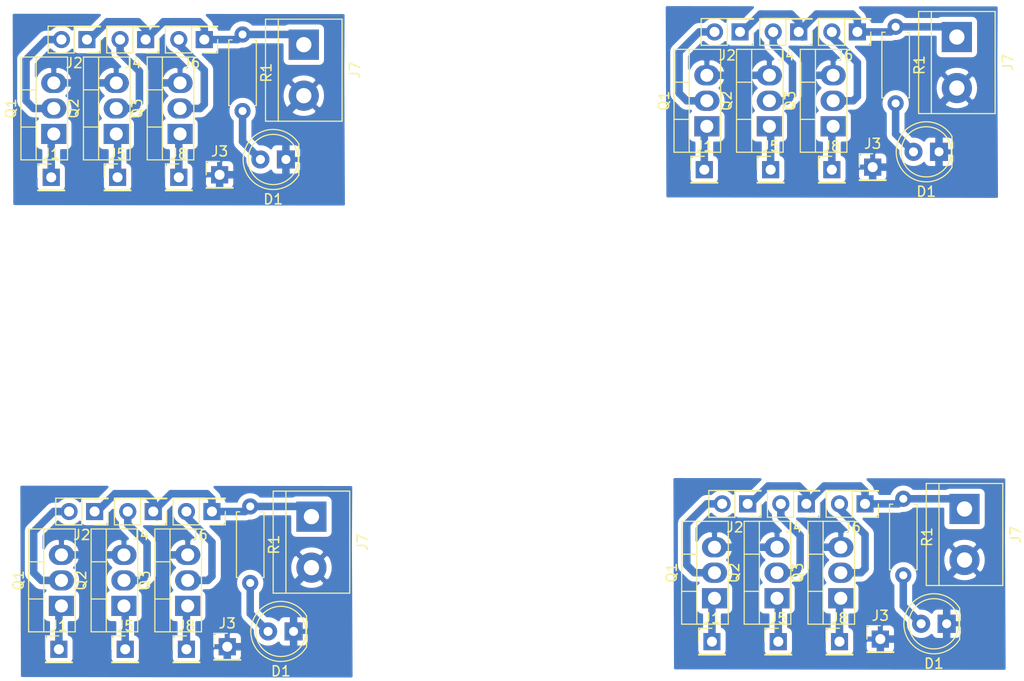
<source format=kicad_pcb>
(kicad_pcb (version 20171130) (host pcbnew "(5.1.2-1)-1")
  (layers (0 F.Cu signal) (31 B.Cu signal) (34 B.Paste user) (35 F.Paste user) (36 B.SilkS user) (37 F.SilkS user) (38 B.Mask user) (39 F.Mask user) (44 Edge.Cuts user))
  (net 0 "")
  (net 1 "Net-(J2-Pad2)")
  (net 2 "Net-(J4-Pad2)")
  (net 3 "Net-(J6-Pad2)")
  (net 4 GND)
  (net 5 VCC)
  (net 6 "Net-(J1-Pad1)")
  (net 7 "Net-(J5-Pad1)")
  (net 8 "Net-(J8-Pad1)")
  (net 9 "Net-(D1-Pad2)")
  (module LED_THT:LED_D5.0mm (layer F.Cu) (at 119.888 84.582 180)
    (fp_text reference D1 (at 1.27 -3.96) (layer F.SilkS))
    (fp_text value LED)
    (pad 1 thru_hole rect (at 0 0 180) (size 1.8 1.8) (drill 0.9) (layers *.Cu *.Mask) (net 4 GND))
    (pad 2 thru_hole circle (at 2.54 0 180) (size 1.8 1.8) (drill 0.9) (layers *.Cu *.Mask) (net 9 "Net-(D1-Pad2)"))
  )
  (module Connector_PinHeader_2.54mm:PinHeader_1x01_P2.54mm_Vertical (layer F.Cu) (at 113.284 86.106)
    (fp_text reference J3 (at 0 -2.33) (layer F.SilkS))
    (fp_text value GND)
    (pad 1 thru_hole rect (at 0 0) (size 1.7 1.7) (drill 1) (layers *.Cu *.Mask) (net 4 GND))
  )
  (module Connector_PinHeader_2.54mm:PinHeader_1x01_P2.54mm_Vertical (layer F.Cu) (at 96.52 86.36)
    (fp_text reference J1 (at 0 -2.33) (layer F.SilkS))
    (fp_text value "Color 1 - IN")
    (pad 1 thru_hole rect (at 0 0) (size 1.7 1.7) (drill 1) (layers *.Cu *.Mask) (net 6 "Net-(J1-Pad1)"))
  )
  (module Package_TO_SOT_THT:TO-220-3_Vertical (layer F.Cu) (at 109.347 82.042 90)
    (fp_text reference Q3 (at 2.54 -4.27 90) (layer F.SilkS))
    (fp_text value IRF520N)
    (pad 1 thru_hole rect (at 0 0 90) (size 2 2.5) (drill 1.3) (layers *.Cu *.Mask) (net 8 "Net-(J8-Pad1)"))
    (pad 2 thru_hole oval (at 2.54 0 90) (size 2 2.5) (drill 1.3) (layers *.Cu *.Mask) (net 3 "Net-(J6-Pad2)"))
    (pad 3 thru_hole oval (at 5.08 0 90) (size 2 2.5) (drill 1.3) (layers *.Cu *.Mask) (net 4 GND))
  )
  (module Connector_PinHeader_2.54mm:PinHeader_1x01_P2.54mm_Vertical (layer F.Cu) (at 103.124 86.36)
    (fp_text reference J5 (at 0 -2.33) (layer F.SilkS))
    (fp_text value "Color 2 - IN")
    (pad 1 thru_hole rect (at 0 0) (size 1.7 1.7) (drill 1) (layers *.Cu *.Mask) (net 7 "Net-(J5-Pad1)"))
  )
  (module Connector_PinHeader_2.54mm:PinHeader_2x01_P2.54mm_Vertical (layer F.Cu) (at 111.76 72.644 180)
    (fp_text reference J6 (at 1.27 -2.33) (layer F.SilkS))
    (fp_text value "Color 3 - OUT")
    (pad 1 thru_hole rect (at 0 0 180) (size 1.7 1.7) (drill 1) (layers *.Cu *.Mask) (net 5 VCC))
    (pad 2 thru_hole oval (at 2.54 0 180) (size 1.7 1.7) (drill 1) (layers *.Cu *.Mask) (net 3 "Net-(J6-Pad2)"))
  )
  (module Connector_PinHeader_2.54mm:PinHeader_2x01_P2.54mm_Vertical (layer F.Cu) (at 105.918 72.644 180)
    (fp_text reference J4 (at 1.27 -2.33) (layer F.SilkS))
    (fp_text value "Color 2 - OUT")
    (pad 2 thru_hole oval (at 2.54 0 180) (size 1.7 1.7) (drill 1) (layers *.Cu *.Mask) (net 2 "Net-(J4-Pad2)"))
    (pad 1 thru_hole rect (at 0 0 180) (size 1.7 1.7) (drill 1) (layers *.Cu *.Mask) (net 5 VCC))
  )
  (module Connector_PinHeader_2.54mm:PinHeader_1x01_P2.54mm_Vertical (layer F.Cu) (at 109.22 86.36)
    (fp_text reference J8 (at 0 -2.33) (layer F.SilkS))
    (fp_text value "Color 3 - IN")
    (pad 1 thru_hole rect (at 0 0) (size 1.7 1.7) (drill 1) (layers *.Cu *.Mask) (net 8 "Net-(J8-Pad1)"))
  )
  (module LED_THT:LED_D5.0mm (layer F.Cu) (at 54.864 85.344 180)
    (fp_text reference D1 (at 1.27 -3.96) (layer F.SilkS))
    (fp_text value LED)
    (pad 2 thru_hole circle (at 2.54 0 180) (size 1.8 1.8) (drill 0.9) (layers *.Cu *.Mask) (net 9 "Net-(D1-Pad2)"))
    (pad 1 thru_hole rect (at 0 0 180) (size 1.8 1.8) (drill 0.9) (layers *.Cu *.Mask) (net 4 GND))
  )
  (module Connector_PinHeader_2.54mm:PinHeader_1x01_P2.54mm_Vertical (layer F.Cu) (at 48.26 86.868)
    (fp_text reference J3 (at 0 -2.33) (layer F.SilkS))
    (fp_text value GND)
    (pad 1 thru_hole rect (at 0 0) (size 1.7 1.7) (drill 1) (layers *.Cu *.Mask) (net 4 GND))
  )
  (module Connector_PinHeader_2.54mm:PinHeader_1x01_P2.54mm_Vertical (layer F.Cu) (at 31.496 87.122)
    (fp_text reference J1 (at 0 -2.33) (layer F.SilkS))
    (fp_text value "Color 1 - IN")
    (pad 1 thru_hole rect (at 0 0) (size 1.7 1.7) (drill 1) (layers *.Cu *.Mask) (net 6 "Net-(J1-Pad1)"))
  )
  (module Package_TO_SOT_THT:TO-220-3_Vertical (layer F.Cu) (at 44.323 82.804 90)
    (fp_text reference Q3 (at 2.54 -4.27 90) (layer F.SilkS))
    (fp_text value IRF520N)
    (pad 3 thru_hole oval (at 5.08 0 90) (size 2 2.5) (drill 1.3) (layers *.Cu *.Mask) (net 4 GND))
    (pad 2 thru_hole oval (at 2.54 0 90) (size 2 2.5) (drill 1.3) (layers *.Cu *.Mask) (net 3 "Net-(J6-Pad2)"))
    (pad 1 thru_hole rect (at 0 0 90) (size 2 2.5) (drill 1.3) (layers *.Cu *.Mask) (net 8 "Net-(J8-Pad1)"))
  )
  (module Package_TO_SOT_THT:TO-220-3_Vertical (layer F.Cu) (at 37.973 82.804 90)
    (fp_text reference Q2 (at 2.54 -4.27 90) (layer F.SilkS))
    (fp_text value IRF520N)
    (pad 1 thru_hole rect (at 0 0 90) (size 2 2.5) (drill 1.3) (layers *.Cu *.Mask) (net 7 "Net-(J5-Pad1)"))
    (pad 2 thru_hole oval (at 2.54 0 90) (size 2 2.5) (drill 1.3) (layers *.Cu *.Mask) (net 2 "Net-(J4-Pad2)"))
    (pad 3 thru_hole oval (at 5.08 0 90) (size 2 2.5) (drill 1.3) (layers *.Cu *.Mask) (net 4 GND))
  )
  (module TerminalBlock:TerminalBlock_bornier-2_P5.08mm (layer F.Cu) (at 56.642 73.914 270)
    (fp_text reference J7 (at 2.54 -5.08 90) (layer F.SilkS))
    (fp_text value "Vcc - 12 V")
    (pad 2 thru_hole circle (at 5.08 0 270) (size 3 3) (drill 1.52) (layers *.Cu *.Mask) (net 4 GND))
    (pad 1 thru_hole rect (at 0 0 270) (size 3 3) (drill 1.52) (layers *.Cu *.Mask) (net 5 VCC))
  )
  (module Package_TO_SOT_THT:TO-220-3_Vertical (layer F.Cu) (at 31.75 82.804 90)
    (fp_text reference Q1 (at 2.54 -4.27 90) (layer F.SilkS))
    (fp_text value IRF520N)
    (pad 3 thru_hole oval (at 5.08 0 90) (size 2 2.5) (drill 1.3) (layers *.Cu *.Mask) (net 4 GND))
    (pad 2 thru_hole oval (at 2.54 0 90) (size 2 2.5) (drill 1.3) (layers *.Cu *.Mask) (net 1 "Net-(J2-Pad2)"))
    (pad 1 thru_hole rect (at 0 0 90) (size 2 2.5) (drill 1.3) (layers *.Cu *.Mask) (net 6 "Net-(J1-Pad1)"))
  )
  (module Connector_PinHeader_2.54mm:PinHeader_2x01_P2.54mm_Vertical (layer F.Cu) (at 46.736 73.406 180)
    (fp_text reference J6 (at 1.27 -2.33) (layer F.SilkS))
    (fp_text value "Color 3 - OUT")
    (pad 2 thru_hole oval (at 2.54 0 180) (size 1.7 1.7) (drill 1) (layers *.Cu *.Mask) (net 3 "Net-(J6-Pad2)"))
    (pad 1 thru_hole rect (at 0 0 180) (size 1.7 1.7) (drill 1) (layers *.Cu *.Mask) (net 5 VCC))
  )
  (module Connector_PinHeader_2.54mm:PinHeader_2x01_P2.54mm_Vertical (layer F.Cu) (at 40.894 73.406 180)
    (fp_text reference J4 (at 1.27 -2.33) (layer F.SilkS))
    (fp_text value "Color 2 - OUT")
    (pad 1 thru_hole rect (at 0 0 180) (size 1.7 1.7) (drill 1) (layers *.Cu *.Mask) (net 5 VCC))
    (pad 2 thru_hole oval (at 2.54 0 180) (size 1.7 1.7) (drill 1) (layers *.Cu *.Mask) (net 2 "Net-(J4-Pad2)"))
  )
  (module Connector_PinHeader_2.54mm:PinHeader_2x01_P2.54mm_Vertical (layer F.Cu) (at 35.052 73.406 180)
    (fp_text reference J2 (at 1.27 -2.33) (layer F.SilkS))
    (fp_text value "Color 1 - OUT")
    (pad 2 thru_hole oval (at 2.54 0 180) (size 1.7 1.7) (drill 1) (layers *.Cu *.Mask) (net 1 "Net-(J2-Pad2)"))
    (pad 1 thru_hole rect (at 0 0 180) (size 1.7 1.7) (drill 1) (layers *.Cu *.Mask) (net 5 VCC))
  )
  (module Connector_PinHeader_2.54mm:PinHeader_1x01_P2.54mm_Vertical (layer F.Cu) (at 38.1 87.122)
    (fp_text reference J5 (at 0 -2.33) (layer F.SilkS))
    (fp_text value "Color 2 - IN")
    (pad 1 thru_hole rect (at 0 0) (size 1.7 1.7) (drill 1) (layers *.Cu *.Mask) (net 7 "Net-(J5-Pad1)"))
  )
  (module Connector_PinHeader_2.54mm:PinHeader_1x01_P2.54mm_Vertical (layer F.Cu) (at 44.196 87.122)
    (fp_text reference J8 (at 0 -2.33) (layer F.SilkS))
    (fp_text value "Color 3 - IN")
    (pad 1 thru_hole rect (at 0 0) (size 1.7 1.7) (drill 1) (layers *.Cu *.Mask) (net 8 "Net-(J8-Pad1)"))
  )
  (module Package_TO_SOT_THT:TO-220-3_Vertical (layer F.Cu) (at 102.997 82.042 90)
    (fp_text reference Q2 (at 2.54 -4.27 90) (layer F.SilkS))
    (fp_text value IRF520N)
    (pad 3 thru_hole oval (at 5.08 0 90) (size 2 2.5) (drill 1.3) (layers *.Cu *.Mask) (net 4 GND))
    (pad 2 thru_hole oval (at 2.54 0 90) (size 2 2.5) (drill 1.3) (layers *.Cu *.Mask) (net 2 "Net-(J4-Pad2)"))
    (pad 1 thru_hole rect (at 0 0 90) (size 2 2.5) (drill 1.3) (layers *.Cu *.Mask) (net 7 "Net-(J5-Pad1)"))
  )
  (module TerminalBlock:TerminalBlock_bornier-2_P5.08mm (layer F.Cu) (at 121.666 73.152 270)
    (fp_text reference J7 (at 2.54 -5.08 90) (layer F.SilkS))
    (fp_text value "Vcc - 12 V")
    (pad 1 thru_hole rect (at 0 0 270) (size 3 3) (drill 1.52) (layers *.Cu *.Mask) (net 5 VCC))
    (pad 2 thru_hole circle (at 5.08 0 270) (size 3 3) (drill 1.52) (layers *.Cu *.Mask) (net 4 GND))
  )
  (module Connector_PinHeader_2.54mm:PinHeader_2x01_P2.54mm_Vertical (layer F.Cu) (at 100.076 72.644 180)
    (fp_text reference J2 (at 1.27 -2.33) (layer F.SilkS))
    (fp_text value "Color 1 - OUT")
    (pad 1 thru_hole rect (at 0 0 180) (size 1.7 1.7) (drill 1) (layers *.Cu *.Mask) (net 5 VCC))
    (pad 2 thru_hole oval (at 2.54 0 180) (size 1.7 1.7) (drill 1) (layers *.Cu *.Mask) (net 1 "Net-(J2-Pad2)"))
  )
  (module Package_TO_SOT_THT:TO-220-3_Vertical (layer F.Cu) (at 96.774 82.042 90)
    (fp_text reference Q1 (at 2.54 -4.27 90) (layer F.SilkS))
    (fp_text value IRF520N)
    (pad 1 thru_hole rect (at 0 0 90) (size 2 2.5) (drill 1.3) (layers *.Cu *.Mask) (net 6 "Net-(J1-Pad1)"))
    (pad 2 thru_hole oval (at 2.54 0 90) (size 2 2.5) (drill 1.3) (layers *.Cu *.Mask) (net 1 "Net-(J2-Pad2)"))
    (pad 3 thru_hole oval (at 5.08 0 90) (size 2 2.5) (drill 1.3) (layers *.Cu *.Mask) (net 4 GND))
  )
  (module Resistor_THT:R_Axial_DIN0207_L6.3mm_D2.5mm_P7.62mm_Horizontal (layer F.Cu) (at 115.57 72.136 270)
    (fp_text reference R1 (at 3.81 -2.37 90) (layer F.SilkS))
    (fp_text value R)
    (pad 1 thru_hole circle (at 0 0 270) (size 1.6 1.6) (drill 0.8) (layers *.Cu *.Mask) (net 5 VCC))
    (pad 2 thru_hole oval (at 7.62 0 270) (size 1.6 1.6) (drill 0.8) (layers *.Cu *.Mask) (net 9 "Net-(D1-Pad2)"))
  )
  (module Resistor_THT:R_Axial_DIN0207_L6.3mm_D2.5mm_P7.62mm_Horizontal (layer F.Cu) (at 50.546 72.898 270)
    (fp_text reference R1 (at 3.81 -2.37 90) (layer F.SilkS))
    (fp_text value R)
    (pad 2 thru_hole oval (at 7.62 0 270) (size 1.6 1.6) (drill 0.8) (layers *.Cu *.Mask) (net 9 "Net-(D1-Pad2)"))
    (pad 1 thru_hole circle (at 0 0 270) (size 1.6 1.6) (drill 0.8) (layers *.Cu *.Mask) (net 5 VCC))
  )
  (module LED_THT:LED_D5.0mm (layer F.Cu) (at 119.126 37.592 180)
    (fp_text reference D1 (at 1.27 -3.96) (layer F.SilkS))
    (fp_text value LED)
    (pad 2 thru_hole circle (at 2.54 0 180) (size 1.8 1.8) (drill 0.9) (layers *.Cu *.Mask) (net 9 "Net-(D1-Pad2)"))
    (pad 1 thru_hole rect (at 0 0 180) (size 1.8 1.8) (drill 0.9) (layers *.Cu *.Mask) (net 4 GND))
  )
  (module Connector_PinHeader_2.54mm:PinHeader_1x01_P2.54mm_Vertical (layer F.Cu) (at 112.522 39.116)
    (fp_text reference J3 (at 0 -2.33) (layer F.SilkS))
    (fp_text value GND)
    (pad 1 thru_hole rect (at 0 0) (size 1.7 1.7) (drill 1) (layers *.Cu *.Mask) (net 4 GND))
  )
  (module Connector_PinHeader_2.54mm:PinHeader_1x01_P2.54mm_Vertical (layer F.Cu) (at 95.758 39.37)
    (fp_text reference J1 (at 0 -2.33) (layer F.SilkS))
    (fp_text value "Color 1 - IN")
    (pad 1 thru_hole rect (at 0 0) (size 1.7 1.7) (drill 1) (layers *.Cu *.Mask) (net 6 "Net-(J1-Pad1)"))
  )
  (module Package_TO_SOT_THT:TO-220-3_Vertical (layer F.Cu) (at 108.585 35.052 90)
    (fp_text reference Q3 (at 2.54 -4.27 90) (layer F.SilkS))
    (fp_text value IRF520N)
    (pad 3 thru_hole oval (at 5.08 0 90) (size 2 2.5) (drill 1.3) (layers *.Cu *.Mask) (net 4 GND))
    (pad 2 thru_hole oval (at 2.54 0 90) (size 2 2.5) (drill 1.3) (layers *.Cu *.Mask) (net 3 "Net-(J6-Pad2)"))
    (pad 1 thru_hole rect (at 0 0 90) (size 2 2.5) (drill 1.3) (layers *.Cu *.Mask) (net 8 "Net-(J8-Pad1)"))
  )
  (module Package_TO_SOT_THT:TO-220-3_Vertical (layer F.Cu) (at 102.235 35.052 90)
    (fp_text reference Q2 (at 2.54 -4.27 90) (layer F.SilkS))
    (fp_text value IRF520N)
    (pad 1 thru_hole rect (at 0 0 90) (size 2 2.5) (drill 1.3) (layers *.Cu *.Mask) (net 7 "Net-(J5-Pad1)"))
    (pad 2 thru_hole oval (at 2.54 0 90) (size 2 2.5) (drill 1.3) (layers *.Cu *.Mask) (net 2 "Net-(J4-Pad2)"))
    (pad 3 thru_hole oval (at 5.08 0 90) (size 2 2.5) (drill 1.3) (layers *.Cu *.Mask) (net 4 GND))
  )
  (module TerminalBlock:TerminalBlock_bornier-2_P5.08mm (layer F.Cu) (at 120.904 26.162 270)
    (fp_text reference J7 (at 2.54 -5.08 90) (layer F.SilkS))
    (fp_text value "Vcc - 12 V")
    (pad 2 thru_hole circle (at 5.08 0 270) (size 3 3) (drill 1.52) (layers *.Cu *.Mask) (net 4 GND))
    (pad 1 thru_hole rect (at 0 0 270) (size 3 3) (drill 1.52) (layers *.Cu *.Mask) (net 5 VCC))
  )
  (module Package_TO_SOT_THT:TO-220-3_Vertical (layer F.Cu) (at 96.012 35.052 90)
    (fp_text reference Q1 (at 2.54 -4.27 90) (layer F.SilkS))
    (fp_text value IRF520N)
    (pad 3 thru_hole oval (at 5.08 0 90) (size 2 2.5) (drill 1.3) (layers *.Cu *.Mask) (net 4 GND))
    (pad 2 thru_hole oval (at 2.54 0 90) (size 2 2.5) (drill 1.3) (layers *.Cu *.Mask) (net 1 "Net-(J2-Pad2)"))
    (pad 1 thru_hole rect (at 0 0 90) (size 2 2.5) (drill 1.3) (layers *.Cu *.Mask) (net 6 "Net-(J1-Pad1)"))
  )
  (module Connector_PinHeader_2.54mm:PinHeader_2x01_P2.54mm_Vertical (layer F.Cu) (at 110.998 25.654 180)
    (fp_text reference J6 (at 1.27 -2.33) (layer F.SilkS))
    (fp_text value "Color 3 - OUT")
    (pad 2 thru_hole oval (at 2.54 0 180) (size 1.7 1.7) (drill 1) (layers *.Cu *.Mask) (net 3 "Net-(J6-Pad2)"))
    (pad 1 thru_hole rect (at 0 0 180) (size 1.7 1.7) (drill 1) (layers *.Cu *.Mask) (net 5 VCC))
  )
  (module Connector_PinHeader_2.54mm:PinHeader_2x01_P2.54mm_Vertical (layer F.Cu) (at 105.156 25.654 180)
    (fp_text reference J4 (at 1.27 -2.33) (layer F.SilkS))
    (fp_text value "Color 2 - OUT")
    (pad 1 thru_hole rect (at 0 0 180) (size 1.7 1.7) (drill 1) (layers *.Cu *.Mask) (net 5 VCC))
    (pad 2 thru_hole oval (at 2.54 0 180) (size 1.7 1.7) (drill 1) (layers *.Cu *.Mask) (net 2 "Net-(J4-Pad2)"))
  )
  (module Connector_PinHeader_2.54mm:PinHeader_2x01_P2.54mm_Vertical (layer F.Cu) (at 99.314 25.654 180)
    (fp_text reference J2 (at 1.27 -2.33) (layer F.SilkS))
    (fp_text value "Color 1 - OUT")
    (pad 2 thru_hole oval (at 2.54 0 180) (size 1.7 1.7) (drill 1) (layers *.Cu *.Mask) (net 1 "Net-(J2-Pad2)"))
    (pad 1 thru_hole rect (at 0 0 180) (size 1.7 1.7) (drill 1) (layers *.Cu *.Mask) (net 5 VCC))
  )
  (module Connector_PinHeader_2.54mm:PinHeader_1x01_P2.54mm_Vertical (layer F.Cu) (at 102.362 39.37)
    (fp_text reference J5 (at 0 -2.33) (layer F.SilkS))
    (fp_text value "Color 2 - IN")
    (pad 1 thru_hole rect (at 0 0) (size 1.7 1.7) (drill 1) (layers *.Cu *.Mask) (net 7 "Net-(J5-Pad1)"))
  )
  (module Connector_PinHeader_2.54mm:PinHeader_1x01_P2.54mm_Vertical (layer F.Cu) (at 108.458 39.37)
    (fp_text reference J8 (at 0 -2.33) (layer F.SilkS))
    (fp_text value "Color 3 - IN")
    (pad 1 thru_hole rect (at 0 0) (size 1.7 1.7) (drill 1) (layers *.Cu *.Mask) (net 8 "Net-(J8-Pad1)"))
  )
  (module Resistor_THT:R_Axial_DIN0207_L6.3mm_D2.5mm_P7.62mm_Horizontal (layer F.Cu) (at 114.808 25.146 270)
    (fp_text reference R1 (at 3.81 -2.37 90) (layer F.SilkS))
    (fp_text value R)
    (pad 2 thru_hole oval (at 7.62 0 270) (size 1.6 1.6) (drill 0.8) (layers *.Cu *.Mask) (net 9 "Net-(D1-Pad2)"))
    (pad 1 thru_hole circle (at 0 0 270) (size 1.6 1.6) (drill 0.8) (layers *.Cu *.Mask) (net 5 VCC))
  )
  (module Package_TO_SOT_THT:TO-220-3_Vertical (layer F.Cu) (at 30.988 35.814 90)
    (fp_text reference Q1 (at 2.54 -4.27 90) (layer F.SilkS))
    (fp_text value IRF520N)
    (pad 1 thru_hole rect (at 0 0 90) (size 2 2.5) (drill 1.3) (layers *.Cu *.Mask) (net 6 "Net-(J1-Pad1)"))
    (pad 2 thru_hole oval (at 2.54 0 90) (size 2 2.5) (drill 1.3) (layers *.Cu *.Mask) (net 1 "Net-(J2-Pad2)"))
    (pad 3 thru_hole oval (at 5.08 0 90) (size 2 2.5) (drill 1.3) (layers *.Cu *.Mask) (net 4 GND))
  )
  (module TerminalBlock:TerminalBlock_bornier-2_P5.08mm (layer F.Cu) (at 55.88 26.924 270)
    (fp_text reference J7 (at 2.54 -5.08 90) (layer F.SilkS))
    (fp_text value "Vcc - 12 V")
    (pad 1 thru_hole rect (at 0 0 270) (size 3 3) (drill 1.52) (layers *.Cu *.Mask) (net 5 VCC))
    (pad 2 thru_hole circle (at 5.08 0 270) (size 3 3) (drill 1.52) (layers *.Cu *.Mask) (net 4 GND))
  )
  (module Package_TO_SOT_THT:TO-220-3_Vertical (layer F.Cu) (at 37.211 35.814 90)
    (fp_text reference Q2 (at 2.54 -4.27 90) (layer F.SilkS))
    (fp_text value IRF520N)
    (pad 3 thru_hole oval (at 5.08 0 90) (size 2 2.5) (drill 1.3) (layers *.Cu *.Mask) (net 4 GND))
    (pad 2 thru_hole oval (at 2.54 0 90) (size 2 2.5) (drill 1.3) (layers *.Cu *.Mask) (net 2 "Net-(J4-Pad2)"))
    (pad 1 thru_hole rect (at 0 0 90) (size 2 2.5) (drill 1.3) (layers *.Cu *.Mask) (net 7 "Net-(J5-Pad1)"))
  )
  (module Package_TO_SOT_THT:TO-220-3_Vertical (layer F.Cu) (at 43.561 35.814 90)
    (fp_text reference Q3 (at 2.54 -4.27 90) (layer F.SilkS))
    (fp_text value IRF520N)
    (pad 1 thru_hole rect (at 0 0 90) (size 2 2.5) (drill 1.3) (layers *.Cu *.Mask) (net 8 "Net-(J8-Pad1)"))
    (pad 2 thru_hole oval (at 2.54 0 90) (size 2 2.5) (drill 1.3) (layers *.Cu *.Mask) (net 3 "Net-(J6-Pad2)"))
    (pad 3 thru_hole oval (at 5.08 0 90) (size 2 2.5) (drill 1.3) (layers *.Cu *.Mask) (net 4 GND))
  )
  (module Connector_PinHeader_2.54mm:PinHeader_1x01_P2.54mm_Vertical (layer F.Cu) (at 30.734 40.132)
    (fp_text reference J1 (at 0 -2.33) (layer F.SilkS))
    (fp_text value "Color 1 - IN")
    (pad 1 thru_hole rect (at 0 0) (size 1.7 1.7) (drill 1) (layers *.Cu *.Mask) (net 6 "Net-(J1-Pad1)"))
  )
  (module Connector_PinHeader_2.54mm:PinHeader_1x01_P2.54mm_Vertical (layer F.Cu) (at 47.498 39.878)
    (fp_text reference J3 (at 0 -2.33) (layer F.SilkS))
    (fp_text value GND)
    (pad 1 thru_hole rect (at 0 0) (size 1.7 1.7) (drill 1) (layers *.Cu *.Mask) (net 4 GND))
  )
  (module Connector_PinHeader_2.54mm:PinHeader_1x01_P2.54mm_Vertical (layer F.Cu) (at 43.434 40.132)
    (fp_text reference J8 (at 0 -2.33) (layer F.SilkS))
    (fp_text value "Color 3 - IN")
    (pad 1 thru_hole rect (at 0 0) (size 1.7 1.7) (drill 1) (layers *.Cu *.Mask) (net 8 "Net-(J8-Pad1)"))
  )
  (module Connector_PinHeader_2.54mm:PinHeader_1x01_P2.54mm_Vertical (layer F.Cu) (at 37.338 40.132)
    (fp_text reference J5 (at 0 -2.33) (layer F.SilkS))
    (fp_text value "Color 2 - IN")
    (pad 1 thru_hole rect (at 0 0) (size 1.7 1.7) (drill 1) (layers *.Cu *.Mask) (net 7 "Net-(J5-Pad1)"))
  )
  (module Connector_PinHeader_2.54mm:PinHeader_2x01_P2.54mm_Vertical (layer F.Cu) (at 34.29 26.416 180)
    (fp_text reference J2 (at 1.27 -2.33) (layer F.SilkS))
    (fp_text value "Color 1 - OUT")
    (pad 1 thru_hole rect (at 0 0 180) (size 1.7 1.7) (drill 1) (layers *.Cu *.Mask) (net 5 VCC))
    (pad 2 thru_hole oval (at 2.54 0 180) (size 1.7 1.7) (drill 1) (layers *.Cu *.Mask) (net 1 "Net-(J2-Pad2)"))
  )
  (module Connector_PinHeader_2.54mm:PinHeader_2x01_P2.54mm_Vertical (layer F.Cu) (at 40.132 26.416 180)
    (fp_text reference J4 (at 1.27 -2.33) (layer F.SilkS))
    (fp_text value "Color 2 - OUT")
    (pad 2 thru_hole oval (at 2.54 0 180) (size 1.7 1.7) (drill 1) (layers *.Cu *.Mask) (net 2 "Net-(J4-Pad2)"))
    (pad 1 thru_hole rect (at 0 0 180) (size 1.7 1.7) (drill 1) (layers *.Cu *.Mask) (net 5 VCC))
  )
  (module Connector_PinHeader_2.54mm:PinHeader_2x01_P2.54mm_Vertical (layer F.Cu) (at 45.974 26.416 180)
    (fp_text reference J6 (at 1.27 -2.33) (layer F.SilkS))
    (fp_text value "Color 3 - OUT")
    (pad 1 thru_hole rect (at 0 0 180) (size 1.7 1.7) (drill 1) (layers *.Cu *.Mask) (net 5 VCC))
    (pad 2 thru_hole oval (at 2.54 0 180) (size 1.7 1.7) (drill 1) (layers *.Cu *.Mask) (net 3 "Net-(J6-Pad2)"))
  )
  (module LED_THT:LED_D5.0mm (layer F.Cu) (at 54.102 38.354 180)
    (fp_text reference D1 (at 1.27 -3.96) (layer F.SilkS))
    (fp_text value LED)
    (pad 1 thru_hole rect (at 0 0 180) (size 1.8 1.8) (drill 0.9) (layers *.Cu *.Mask) (net 4 GND))
    (pad 2 thru_hole circle (at 2.54 0 180) (size 1.8 1.8) (drill 0.9) (layers *.Cu *.Mask) (net 9 "Net-(D1-Pad2)"))
  )
  (module Resistor_THT:R_Axial_DIN0207_L6.3mm_D2.5mm_P7.62mm_Horizontal (layer F.Cu) (at 49.784 25.908 270)
    (fp_text reference R1 (at 3.81 -2.37 90) (layer F.SilkS))
    (fp_text value R)
    (pad 1 thru_hole circle (at 0 0 270) (size 1.6 1.6) (drill 0.8) (layers *.Cu *.Mask) (net 5 VCC))
    (pad 2 thru_hole oval (at 7.62 0 270) (size 1.6 1.6) (drill 0.8) (layers *.Cu *.Mask) (net 9 "Net-(D1-Pad2)"))
  )
  (segment (start 28.226 28.416) (end 30.226 26.416) (width 0.75) (layer B.Cu) (net 1))
  (segment (start 30.226 26.416) (end 31.75 26.416) (width 0.75) (layer B.Cu) (net 1))
  (segment (start 28.988 33.274) (end 28.226 32.512) (width 0.75) (layer B.Cu) (net 1))
  (segment (start 28.226 32.512) (end 28.226 28.416) (width 0.75) (layer B.Cu) (net 1))
  (segment (start 30.988 33.274) (end 28.988 33.274) (width 0.75) (layer B.Cu) (net 1))
  (segment (start 93.25 27.654) (end 95.25 25.654) (width 0.75) (layer B.Cu) (net 1))
  (segment (start 95.25 25.654) (end 96.774 25.654) (width 0.75) (layer B.Cu) (net 1))
  (segment (start 94.012 32.512) (end 93.25 31.75) (width 0.75) (layer B.Cu) (net 1))
  (segment (start 93.25 31.75) (end 93.25 27.654) (width 0.75) (layer B.Cu) (net 1))
  (segment (start 96.012 32.512) (end 94.012 32.512) (width 0.75) (layer B.Cu) (net 1))
  (segment (start 94.012 78.74) (end 94.012 74.644) (width 0.75) (layer B.Cu) (net 1))
  (segment (start 94.012 74.644) (end 96.012 72.644) (width 0.75) (layer B.Cu) (net 1))
  (segment (start 94.774 79.502) (end 94.012 78.74) (width 0.75) (layer B.Cu) (net 1))
  (segment (start 96.012 72.644) (end 97.536 72.644) (width 0.75) (layer B.Cu) (net 1))
  (segment (start 96.774 79.502) (end 94.774 79.502) (width 0.75) (layer B.Cu) (net 1))
  (segment (start 28.988 75.406) (end 30.988 73.406) (width 0.75) (layer B.Cu) (net 1))
  (segment (start 30.988 73.406) (end 32.512 73.406) (width 0.75) (layer B.Cu) (net 1))
  (segment (start 29.75 80.264) (end 28.988 79.502) (width 0.75) (layer B.Cu) (net 1))
  (segment (start 28.988 79.502) (end 28.988 75.406) (width 0.75) (layer B.Cu) (net 1))
  (segment (start 31.75 80.264) (end 29.75 80.264) (width 0.75) (layer B.Cu) (net 1))
  (segment (start 38.961 33.274) (end 37.211 33.274) (width 0.75) (layer B.Cu) (net 2))
  (segment (start 39.513 32.722) (end 38.961 33.274) (width 0.75) (layer B.Cu) (net 2))
  (segment (start 37.592 27.686) (end 37.592 26.416) (width 0.75) (layer B.Cu) (net 2))
  (segment (start 38.751 28.845) (end 37.592 27.686) (width 0.75) (layer B.Cu) (net 2))
  (segment (start 38.783 28.845) (end 39.513 29.575) (width 0.75) (layer B.Cu) (net 2))
  (segment (start 38.751 28.845) (end 38.783 28.845) (width 0.75) (layer B.Cu) (net 2))
  (segment (start 39.513 29.575) (end 39.513 32.722) (width 0.75) (layer B.Cu) (net 2))
  (segment (start 103.985 32.512) (end 102.235 32.512) (width 0.75) (layer B.Cu) (net 2))
  (segment (start 104.537 31.96) (end 103.985 32.512) (width 0.75) (layer B.Cu) (net 2))
  (segment (start 102.616 26.924) (end 102.616 25.654) (width 0.75) (layer B.Cu) (net 2))
  (segment (start 103.775 28.083) (end 102.616 26.924) (width 0.75) (layer B.Cu) (net 2))
  (segment (start 103.807 28.083) (end 104.537 28.813) (width 0.75) (layer B.Cu) (net 2))
  (segment (start 103.775 28.083) (end 103.807 28.083) (width 0.75) (layer B.Cu) (net 2))
  (segment (start 104.537 28.813) (end 104.537 31.96) (width 0.75) (layer B.Cu) (net 2))
  (segment (start 104.537 75.073) (end 103.378 73.914) (width 0.75) (layer B.Cu) (net 2))
  (segment (start 105.299 75.803) (end 105.299 78.95) (width 0.75) (layer B.Cu) (net 2))
  (segment (start 104.537 75.073) (end 104.569 75.073) (width 0.75) (layer B.Cu) (net 2))
  (segment (start 104.747 79.502) (end 102.997 79.502) (width 0.75) (layer B.Cu) (net 2))
  (segment (start 105.299 78.95) (end 104.747 79.502) (width 0.75) (layer B.Cu) (net 2))
  (segment (start 103.378 73.914) (end 103.378 72.644) (width 0.75) (layer B.Cu) (net 2))
  (segment (start 104.569 75.073) (end 105.299 75.803) (width 0.75) (layer B.Cu) (net 2))
  (segment (start 39.723 80.264) (end 37.973 80.264) (width 0.75) (layer B.Cu) (net 2))
  (segment (start 40.275 79.712) (end 39.723 80.264) (width 0.75) (layer B.Cu) (net 2))
  (segment (start 38.354 74.676) (end 38.354 73.406) (width 0.75) (layer B.Cu) (net 2))
  (segment (start 39.513 75.835) (end 38.354 74.676) (width 0.75) (layer B.Cu) (net 2))
  (segment (start 39.545 75.835) (end 40.275 76.565) (width 0.75) (layer B.Cu) (net 2))
  (segment (start 39.513 75.835) (end 39.545 75.835) (width 0.75) (layer B.Cu) (net 2))
  (segment (start 40.275 76.565) (end 40.275 79.712) (width 0.75) (layer B.Cu) (net 2))
  (segment (start 44.196 33.274) (end 43.561 33.274) (width 0.75) (layer B.Cu) (net 3))
  (segment (start 43.434 26.924) (end 43.434 26.416) (width 0.75) (layer B.Cu) (net 3))
  (segment (start 45.974 32.861) (end 45.974 29.464) (width 0.75) (layer B.Cu) (net 3))
  (segment (start 45.561 33.274) (end 45.974 32.861) (width 0.75) (layer B.Cu) (net 3))
  (segment (start 45.974 29.464) (end 43.434 26.924) (width 0.75) (layer B.Cu) (net 3))
  (segment (start 43.561 33.274) (end 45.561 33.274) (width 0.75) (layer B.Cu) (net 3))
  (segment (start 109.22 32.512) (end 108.585 32.512) (width 0.75) (layer B.Cu) (net 3))
  (segment (start 108.458 26.162) (end 108.458 25.654) (width 0.75) (layer B.Cu) (net 3))
  (segment (start 110.998 32.099) (end 110.998 28.702) (width 0.75) (layer B.Cu) (net 3))
  (segment (start 110.585 32.512) (end 110.998 32.099) (width 0.75) (layer B.Cu) (net 3))
  (segment (start 110.998 28.702) (end 108.458 26.162) (width 0.75) (layer B.Cu) (net 3))
  (segment (start 108.585 32.512) (end 110.585 32.512) (width 0.75) (layer B.Cu) (net 3))
  (segment (start 109.347 79.502) (end 111.347 79.502) (width 0.75) (layer B.Cu) (net 3))
  (segment (start 109.22 73.152) (end 109.22 72.644) (width 0.75) (layer B.Cu) (net 3))
  (segment (start 111.76 79.089) (end 111.76 75.692) (width 0.75) (layer B.Cu) (net 3))
  (segment (start 111.76 75.692) (end 109.22 73.152) (width 0.75) (layer B.Cu) (net 3))
  (segment (start 109.982 79.502) (end 109.347 79.502) (width 0.75) (layer B.Cu) (net 3))
  (segment (start 111.347 79.502) (end 111.76 79.089) (width 0.75) (layer B.Cu) (net 3))
  (segment (start 44.958 80.264) (end 44.323 80.264) (width 0.75) (layer B.Cu) (net 3))
  (segment (start 44.196 73.914) (end 44.196 73.406) (width 0.75) (layer B.Cu) (net 3))
  (segment (start 46.736 79.851) (end 46.736 76.454) (width 0.75) (layer B.Cu) (net 3))
  (segment (start 46.323 80.264) (end 46.736 79.851) (width 0.75) (layer B.Cu) (net 3))
  (segment (start 46.736 76.454) (end 44.196 73.914) (width 0.75) (layer B.Cu) (net 3))
  (segment (start 44.323 80.264) (end 46.323 80.264) (width 0.75) (layer B.Cu) (net 3))
  (segment (start 34.798 30.734) (end 34.798 40.894) (width 0.75) (layer B.Cu) (net 4))
  (segment (start 37.211 30.734) (end 34.798 30.734) (width 0.75) (layer B.Cu) (net 4))
  (segment (start 34.417 30.734) (end 34.798 30.734) (width 0.75) (layer B.Cu) (net 4))
  (segment (start 30.988 30.734) (end 34.417 30.734) (width 0.75) (layer B.Cu) (net 4))
  (segment (start 41.402 41.402) (end 41.402 30.734) (width 0.75) (layer B.Cu) (net 4))
  (segment (start 42.164 42.164) (end 41.402 41.402) (width 0.75) (layer B.Cu) (net 4))
  (segment (start 41.402 30.734) (end 43.561 30.734) (width 0.75) (layer B.Cu) (net 4))
  (segment (start 46.637 42.164) (end 42.164 42.164) (width 0.75) (layer B.Cu) (net 4))
  (segment (start 47.498 41.303) (end 46.637 42.164) (width 0.75) (layer B.Cu) (net 4))
  (segment (start 47.498 39.878) (end 47.498 41.303) (width 0.75) (layer B.Cu) (net 4))
  (segment (start 42.164 42.164) (end 35.306 42.164) (width 0.75) (layer B.Cu) (net 4))
  (segment (start 34.798 41.656) (end 34.798 40.894) (width 0.75) (layer B.Cu) (net 4))
  (segment (start 35.306 42.164) (end 34.798 41.656) (width 0.75) (layer B.Cu) (net 4))
  (segment (start 49.098 39.878) (end 50.114 40.894) (width 0.75) (layer B.Cu) (net 4))
  (segment (start 47.498 39.878) (end 49.098 39.878) (width 0.75) (layer B.Cu) (net 4))
  (segment (start 54.102 40.004) (end 54.102 38.354) (width 0.75) (layer B.Cu) (net 4))
  (segment (start 53.212 40.894) (end 54.102 40.004) (width 0.75) (layer B.Cu) (net 4))
  (segment (start 50.114 40.894) (end 53.212 40.894) (width 0.75) (layer B.Cu) (net 4))
  (segment (start 54.102 33.782) (end 55.88 32.004) (width 0.75) (layer B.Cu) (net 4))
  (segment (start 54.102 38.354) (end 54.102 33.782) (width 0.75) (layer B.Cu) (net 4))
  (segment (start 112.522 40.541) (end 111.661 41.402) (width 0.75) (layer B.Cu) (net 4))
  (segment (start 111.661 41.402) (end 107.188 41.402) (width 0.75) (layer B.Cu) (net 4))
  (segment (start 106.426 29.972) (end 108.585 29.972) (width 0.75) (layer B.Cu) (net 4))
  (segment (start 107.188 41.402) (end 106.426 40.64) (width 0.75) (layer B.Cu) (net 4))
  (segment (start 106.426 40.64) (end 106.426 29.972) (width 0.75) (layer B.Cu) (net 4))
  (segment (start 96.012 29.972) (end 99.441 29.972) (width 0.75) (layer B.Cu) (net 4))
  (segment (start 112.522 39.116) (end 112.522 40.541) (width 0.75) (layer B.Cu) (net 4))
  (segment (start 107.188 41.402) (end 100.33 41.402) (width 0.75) (layer B.Cu) (net 4))
  (segment (start 99.822 40.894) (end 99.822 40.132) (width 0.75) (layer B.Cu) (net 4))
  (segment (start 100.33 41.402) (end 99.822 40.894) (width 0.75) (layer B.Cu) (net 4))
  (segment (start 99.822 29.972) (end 99.822 40.132) (width 0.75) (layer B.Cu) (net 4))
  (segment (start 102.235 29.972) (end 99.822 29.972) (width 0.75) (layer B.Cu) (net 4))
  (segment (start 99.441 29.972) (end 99.822 29.972) (width 0.75) (layer B.Cu) (net 4))
  (segment (start 119.126 39.242) (end 119.126 37.592) (width 0.75) (layer B.Cu) (net 4))
  (segment (start 119.126 33.02) (end 120.904 31.242) (width 0.75) (layer B.Cu) (net 4))
  (segment (start 119.126 37.592) (end 119.126 33.02) (width 0.75) (layer B.Cu) (net 4))
  (segment (start 118.236 40.132) (end 119.126 39.242) (width 0.75) (layer B.Cu) (net 4))
  (segment (start 115.138 40.132) (end 118.236 40.132) (width 0.75) (layer B.Cu) (net 4))
  (segment (start 114.122 39.116) (end 115.138 40.132) (width 0.75) (layer B.Cu) (net 4))
  (segment (start 112.522 39.116) (end 114.122 39.116) (width 0.75) (layer B.Cu) (net 4))
  (segment (start 48.26 88.293) (end 47.399 89.154) (width 0.75) (layer B.Cu) (net 4))
  (segment (start 47.399 89.154) (end 42.926 89.154) (width 0.75) (layer B.Cu) (net 4))
  (segment (start 42.164 77.724) (end 44.323 77.724) (width 0.75) (layer B.Cu) (net 4))
  (segment (start 42.926 89.154) (end 42.164 88.392) (width 0.75) (layer B.Cu) (net 4))
  (segment (start 42.164 88.392) (end 42.164 77.724) (width 0.75) (layer B.Cu) (net 4))
  (segment (start 31.75 77.724) (end 35.179 77.724) (width 0.75) (layer B.Cu) (net 4))
  (segment (start 48.26 86.868) (end 48.26 88.293) (width 0.75) (layer B.Cu) (net 4))
  (segment (start 42.926 89.154) (end 36.068 89.154) (width 0.75) (layer B.Cu) (net 4))
  (segment (start 35.56 88.646) (end 35.56 87.884) (width 0.75) (layer B.Cu) (net 4))
  (segment (start 36.068 89.154) (end 35.56 88.646) (width 0.75) (layer B.Cu) (net 4))
  (segment (start 100.584 87.884) (end 100.584 87.122) (width 0.75) (layer B.Cu) (net 4))
  (segment (start 119.888 86.232) (end 119.888 84.582) (width 0.75) (layer B.Cu) (net 4))
  (segment (start 119.888 84.582) (end 119.888 80.01) (width 0.75) (layer B.Cu) (net 4))
  (segment (start 107.95 88.392) (end 107.188 87.63) (width 0.75) (layer B.Cu) (net 4))
  (segment (start 107.95 88.392) (end 101.092 88.392) (width 0.75) (layer B.Cu) (net 4))
  (segment (start 100.584 76.962) (end 100.584 87.122) (width 0.75) (layer B.Cu) (net 4))
  (segment (start 101.092 88.392) (end 100.584 87.884) (width 0.75) (layer B.Cu) (net 4))
  (segment (start 118.998 87.122) (end 119.888 86.232) (width 0.75) (layer B.Cu) (net 4))
  (segment (start 107.188 87.63) (end 107.188 76.962) (width 0.75) (layer B.Cu) (net 4))
  (segment (start 113.284 86.106) (end 113.284 87.531) (width 0.75) (layer B.Cu) (net 4))
  (segment (start 113.284 87.531) (end 112.423 88.392) (width 0.75) (layer B.Cu) (net 4))
  (segment (start 107.188 76.962) (end 109.347 76.962) (width 0.75) (layer B.Cu) (net 4))
  (segment (start 96.774 76.962) (end 100.203 76.962) (width 0.75) (layer B.Cu) (net 4))
  (segment (start 115.9 87.122) (end 118.998 87.122) (width 0.75) (layer B.Cu) (net 4))
  (segment (start 113.284 86.106) (end 114.884 86.106) (width 0.75) (layer B.Cu) (net 4))
  (segment (start 112.423 88.392) (end 107.95 88.392) (width 0.75) (layer B.Cu) (net 4))
  (segment (start 114.884 86.106) (end 115.9 87.122) (width 0.75) (layer B.Cu) (net 4))
  (segment (start 100.203 76.962) (end 100.584 76.962) (width 0.75) (layer B.Cu) (net 4))
  (segment (start 102.997 76.962) (end 100.584 76.962) (width 0.75) (layer B.Cu) (net 4))
  (segment (start 119.888 80.01) (end 121.666 78.232) (width 0.75) (layer B.Cu) (net 4))
  (segment (start 35.56 77.724) (end 35.56 87.884) (width 0.75) (layer B.Cu) (net 4))
  (segment (start 37.973 77.724) (end 35.56 77.724) (width 0.75) (layer B.Cu) (net 4))
  (segment (start 35.179 77.724) (end 35.56 77.724) (width 0.75) (layer B.Cu) (net 4))
  (segment (start 54.864 86.994) (end 54.864 85.344) (width 0.75) (layer B.Cu) (net 4))
  (segment (start 54.864 80.772) (end 56.642 78.994) (width 0.75) (layer B.Cu) (net 4))
  (segment (start 54.864 85.344) (end 54.864 80.772) (width 0.75) (layer B.Cu) (net 4))
  (segment (start 53.974 87.884) (end 54.864 86.994) (width 0.75) (layer B.Cu) (net 4))
  (segment (start 50.876 87.884) (end 53.974 87.884) (width 0.75) (layer B.Cu) (net 4))
  (segment (start 49.86 86.868) (end 50.876 87.884) (width 0.75) (layer B.Cu) (net 4))
  (segment (start 48.26 86.868) (end 49.86 86.868) (width 0.75) (layer B.Cu) (net 4))
  (segment (start 40.513001 26.923999) (end 40.513 26.924) (width 0.75) (layer B.Cu) (net 5))
  (segment (start 40.132 26.416) (end 40.386 26.416) (width 0.75) (layer B.Cu) (net 5))
  (segment (start 40.132 25.4) (end 40.132 26.416) (width 0.75) (layer B.Cu) (net 5))
  (segment (start 39.37 24.638) (end 40.132 25.4) (width 0.75) (layer B.Cu) (net 5))
  (segment (start 34.544 26.416) (end 36.322 24.638) (width 0.75) (layer B.Cu) (net 5))
  (segment (start 36.322 24.638) (end 39.37 24.638) (width 0.75) (layer B.Cu) (net 5))
  (segment (start 34.29 26.416) (end 34.544 26.416) (width 0.75) (layer B.Cu) (net 5))
  (segment (start 41.91 24.638) (end 40.132 26.416) (width 0.75) (layer B.Cu) (net 5))
  (segment (start 45.466 24.638) (end 41.91 24.638) (width 0.75) (layer B.Cu) (net 5))
  (segment (start 45.974 25.146) (end 45.466 24.638) (width 0.75) (layer B.Cu) (net 5))
  (segment (start 45.974 26.416) (end 45.974 25.146) (width 0.75) (layer B.Cu) (net 5))
  (segment (start 49.276 26.416) (end 49.784 25.908) (width 0.75) (layer B.Cu) (net 5))
  (segment (start 45.974 26.416) (end 49.276 26.416) (width 0.75) (layer B.Cu) (net 5))
  (segment (start 54.864 25.908) (end 55.88 26.924) (width 0.75) (layer B.Cu) (net 5))
  (segment (start 49.784 25.908) (end 54.864 25.908) (width 0.75) (layer B.Cu) (net 5))
  (segment (start 114.3 25.654) (end 114.808 25.146) (width 0.75) (layer B.Cu) (net 5))
  (segment (start 110.998 25.654) (end 114.3 25.654) (width 0.75) (layer B.Cu) (net 5))
  (segment (start 105.537001 26.161999) (end 105.537 26.162) (width 0.75) (layer B.Cu) (net 5))
  (segment (start 105.156 25.654) (end 105.41 25.654) (width 0.75) (layer B.Cu) (net 5))
  (segment (start 105.156 24.638) (end 105.156 25.654) (width 0.75) (layer B.Cu) (net 5))
  (segment (start 104.394 23.876) (end 105.156 24.638) (width 0.75) (layer B.Cu) (net 5))
  (segment (start 99.568 25.654) (end 101.346 23.876) (width 0.75) (layer B.Cu) (net 5))
  (segment (start 101.346 23.876) (end 104.394 23.876) (width 0.75) (layer B.Cu) (net 5))
  (segment (start 99.314 25.654) (end 99.568 25.654) (width 0.75) (layer B.Cu) (net 5))
  (segment (start 106.934 23.876) (end 105.156 25.654) (width 0.75) (layer B.Cu) (net 5))
  (segment (start 110.49 23.876) (end 106.934 23.876) (width 0.75) (layer B.Cu) (net 5))
  (segment (start 110.998 24.384) (end 110.49 23.876) (width 0.75) (layer B.Cu) (net 5))
  (segment (start 110.998 25.654) (end 110.998 24.384) (width 0.75) (layer B.Cu) (net 5))
  (segment (start 119.888 25.146) (end 120.904 26.162) (width 0.75) (layer B.Cu) (net 5))
  (segment (start 114.808 25.146) (end 119.888 25.146) (width 0.75) (layer B.Cu) (net 5))
  (segment (start 50.038 73.406) (end 50.546 72.898) (width 0.75) (layer B.Cu) (net 5))
  (segment (start 46.736 73.406) (end 50.038 73.406) (width 0.75) (layer B.Cu) (net 5))
  (segment (start 41.275001 73.913999) (end 41.275 73.914) (width 0.75) (layer B.Cu) (net 5))
  (segment (start 40.894 73.406) (end 41.148 73.406) (width 0.75) (layer B.Cu) (net 5))
  (segment (start 40.894 72.39) (end 40.894 73.406) (width 0.75) (layer B.Cu) (net 5))
  (segment (start 40.132 71.628) (end 40.894 72.39) (width 0.75) (layer B.Cu) (net 5))
  (segment (start 35.306 73.406) (end 37.084 71.628) (width 0.75) (layer B.Cu) (net 5))
  (segment (start 37.084 71.628) (end 40.132 71.628) (width 0.75) (layer B.Cu) (net 5))
  (segment (start 35.052 73.406) (end 35.306 73.406) (width 0.75) (layer B.Cu) (net 5))
  (segment (start 42.672 71.628) (end 40.894 73.406) (width 0.75) (layer B.Cu) (net 5))
  (segment (start 46.228 71.628) (end 42.672 71.628) (width 0.75) (layer B.Cu) (net 5))
  (segment (start 46.736 72.136) (end 46.228 71.628) (width 0.75) (layer B.Cu) (net 5))
  (segment (start 46.736 73.406) (end 46.736 72.136) (width 0.75) (layer B.Cu) (net 5))
  (segment (start 111.76 71.374) (end 111.252 70.866) (width 0.75) (layer B.Cu) (net 5))
  (segment (start 105.918 72.644) (end 106.172 72.644) (width 0.75) (layer B.Cu) (net 5))
  (segment (start 102.108 70.866) (end 105.156 70.866) (width 0.75) (layer B.Cu) (net 5))
  (segment (start 100.076 72.644) (end 100.33 72.644) (width 0.75) (layer B.Cu) (net 5))
  (segment (start 111.252 70.866) (end 107.696 70.866) (width 0.75) (layer B.Cu) (net 5))
  (segment (start 105.918 71.628) (end 105.918 72.644) (width 0.75) (layer B.Cu) (net 5))
  (segment (start 115.062 72.644) (end 115.57 72.136) (width 0.75) (layer B.Cu) (net 5))
  (segment (start 55.626 72.898) (end 56.642 73.914) (width 0.75) (layer B.Cu) (net 5))
  (segment (start 111.76 72.644) (end 115.062 72.644) (width 0.75) (layer B.Cu) (net 5))
  (segment (start 111.76 72.644) (end 111.76 71.374) (width 0.75) (layer B.Cu) (net 5))
  (segment (start 106.299001 73.151999) (end 106.299 73.152) (width 0.75) (layer B.Cu) (net 5))
  (segment (start 105.156 70.866) (end 105.918 71.628) (width 0.75) (layer B.Cu) (net 5))
  (segment (start 115.57 72.136) (end 120.65 72.136) (width 0.75) (layer B.Cu) (net 5))
  (segment (start 107.696 70.866) (end 105.918 72.644) (width 0.75) (layer B.Cu) (net 5))
  (segment (start 100.33 72.644) (end 102.108 70.866) (width 0.75) (layer B.Cu) (net 5))
  (segment (start 120.65 72.136) (end 121.666 73.152) (width 0.75) (layer B.Cu) (net 5))
  (segment (start 50.546 72.898) (end 55.626 72.898) (width 0.75) (layer B.Cu) (net 5))
  (segment (start 30.734 36.068) (end 30.988 35.814) (width 0.75) (layer B.Cu) (net 6))
  (segment (start 30.734 40.132) (end 30.734 36.068) (width 0.75) (layer B.Cu) (net 6))
  (segment (start 95.758 35.306) (end 96.012 35.052) (width 0.75) (layer B.Cu) (net 6))
  (segment (start 95.758 39.37) (end 95.758 35.306) (width 0.75) (layer B.Cu) (net 6))
  (segment (start 31.496 83.058) (end 31.75 82.804) (width 0.75) (layer B.Cu) (net 6))
  (segment (start 31.496 87.122) (end 31.496 83.058) (width 0.75) (layer B.Cu) (net 6))
  (segment (start 96.52 82.296) (end 96.774 82.042) (width 0.75) (layer B.Cu) (net 6))
  (segment (start 96.52 86.36) (end 96.52 82.296) (width 0.75) (layer B.Cu) (net 6))
  (segment (start 37.211 39.751) (end 37.084 39.878) (width 0.75) (layer B.Cu) (net 7))
  (segment (start 37.338 35.941) (end 37.211 35.814) (width 0.75) (layer B.Cu) (net 7))
  (segment (start 37.338 40.132) (end 37.338 35.941) (width 0.75) (layer B.Cu) (net 7))
  (segment (start 102.235 38.989) (end 102.108 39.116) (width 0.75) (layer B.Cu) (net 7))
  (segment (start 102.362 35.179) (end 102.235 35.052) (width 0.75) (layer B.Cu) (net 7))
  (segment (start 102.362 39.37) (end 102.362 35.179) (width 0.75) (layer B.Cu) (net 7))
  (segment (start 37.973 86.741) (end 37.846 86.868) (width 0.75) (layer B.Cu) (net 7))
  (segment (start 38.1 82.931) (end 37.973 82.804) (width 0.75) (layer B.Cu) (net 7))
  (segment (start 38.1 87.122) (end 38.1 82.931) (width 0.75) (layer B.Cu) (net 7))
  (segment (start 103.124 82.169) (end 102.997 82.042) (width 0.75) (layer B.Cu) (net 7))
  (segment (start 103.124 86.36) (end 103.124 82.169) (width 0.75) (layer B.Cu) (net 7))
  (segment (start 102.997 85.979) (end 102.87 86.106) (width 0.75) (layer B.Cu) (net 7))
  (segment (start 43.434 35.941) (end 43.561 35.814) (width 0.75) (layer B.Cu) (net 8))
  (segment (start 43.434 40.132) (end 43.434 35.941) (width 0.75) (layer B.Cu) (net 8))
  (segment (start 108.458 35.179) (end 108.585 35.052) (width 0.75) (layer B.Cu) (net 8))
  (segment (start 108.458 39.37) (end 108.458 35.179) (width 0.75) (layer B.Cu) (net 8))
  (segment (start 44.196 82.931) (end 44.323 82.804) (width 0.75) (layer B.Cu) (net 8))
  (segment (start 44.196 87.122) (end 44.196 82.931) (width 0.75) (layer B.Cu) (net 8))
  (segment (start 109.22 82.169) (end 109.347 82.042) (width 0.75) (layer B.Cu) (net 8))
  (segment (start 109.22 86.36) (end 109.22 82.169) (width 0.75) (layer B.Cu) (net 8))
  (segment (start 49.784 36.576) (end 51.562 38.354) (width 0.75) (layer B.Cu) (net 9))
  (segment (start 49.784 33.528) (end 49.784 36.576) (width 0.75) (layer B.Cu) (net 9))
  (segment (start 114.808 35.814) (end 116.586 37.592) (width 0.75) (layer B.Cu) (net 9))
  (segment (start 114.808 32.766) (end 114.808 35.814) (width 0.75) (layer B.Cu) (net 9))
  (segment (start 115.57 82.804) (end 117.348 84.582) (width 0.75) (layer B.Cu) (net 9))
  (segment (start 115.57 79.756) (end 115.57 82.804) (width 0.75) (layer B.Cu) (net 9))
  (segment (start 50.546 83.566) (end 52.324 85.344) (width 0.75) (layer B.Cu) (net 9))
  (segment (start 50.546 80.518) (end 50.546 83.566) (width 0.75) (layer B.Cu) (net 9))
  (zone (net 4) (net_name GND) (layer B.Cu) (connect_pads (clearance 0.508)) (min_thickness 0.254) (fill yes (arc_segments 32) (thermal_gap 0.508) (thermal_bridge_width 0.508))
    (polygon (pts (xy 59.91225 29.702125) (xy 59.944 23.876) (xy 26.89225 23.84425) (xy 26.95575 42.89425) (xy 59.97575 42.941875)))
  )
  (zone (net 4) (net_name GND) (layer B.Cu) (connect_pads (clearance 0.508)) (min_thickness 0.254) (fill yes (arc_segments 32) (thermal_gap 0.508) (thermal_bridge_width 0.508))
    (polygon (pts (xy 124.93625 28.940125) (xy 124.968 23.114) (xy 91.91625 23.08225) (xy 91.97975 42.13225) (xy 124.99975 42.179875)))
  )
  (zone (net 4) (net_name GND) (layer B.Cu) (connect_pads (clearance 0.508)) (min_thickness 0.254) (fill yes (arc_segments 32) (thermal_gap 0.508) (thermal_bridge_width 0.508))
    (polygon (pts (xy 125.69825 75.930125) (xy 125.73 70.104) (xy 92.67825 70.07225) (xy 92.74175 89.12225) (xy 125.76175 89.169875)))
  )
  (zone (net 4) (net_name GND) (layer B.Cu) (connect_pads (clearance 0.508)) (min_thickness 0.254) (fill yes (arc_segments 32) (thermal_gap 0.508) (thermal_bridge_width 0.508))
    (polygon (pts (xy 60.67425 76.692125) (xy 60.706 70.866) (xy 27.65425 70.83425) (xy 27.71775 89.88425) (xy 60.73775 89.931875)))
  )
)
</source>
